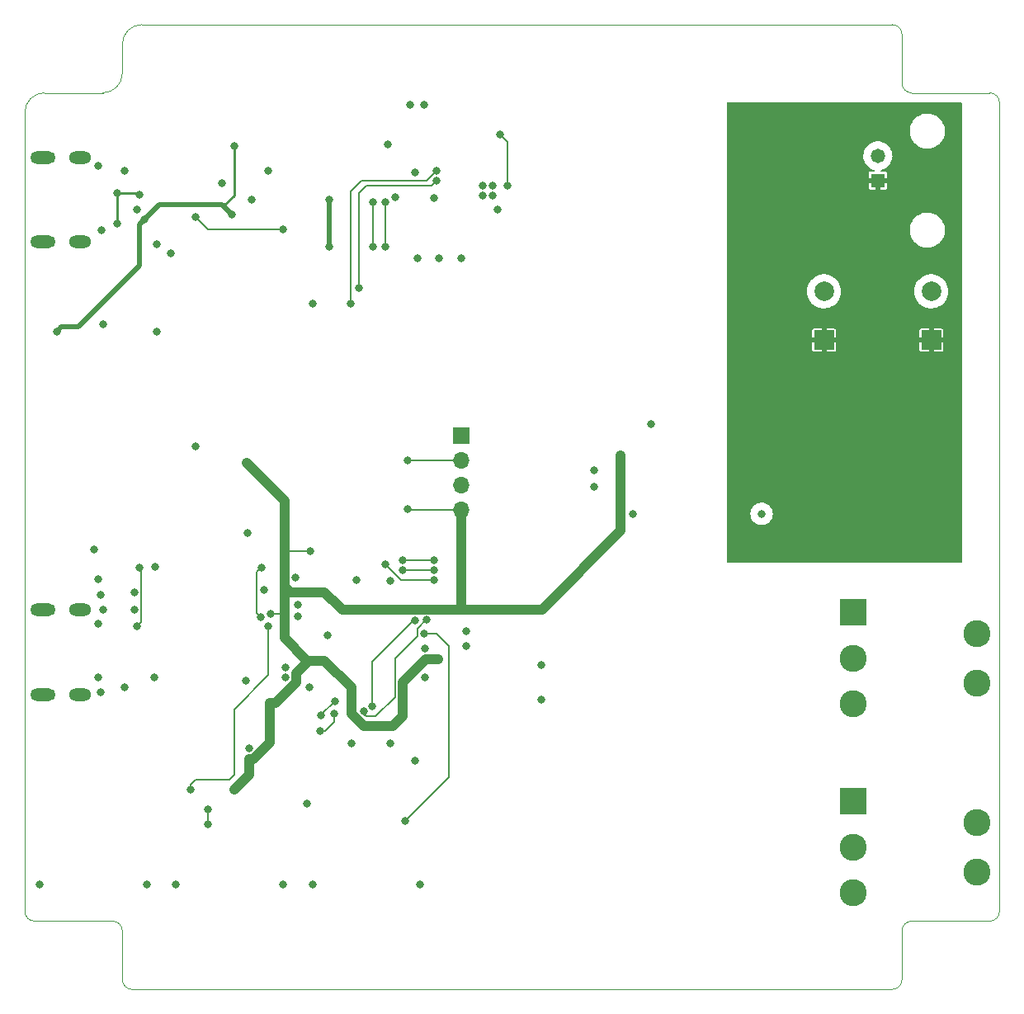
<source format=gbr>
%TF.GenerationSoftware,KiCad,Pcbnew,(6.0.4)*%
%TF.CreationDate,2023-03-28T21:24:44-04:00*%
%TF.ProjectId,PD_HV,50445f48-562e-46b6-9963-61645f706362,rev?*%
%TF.SameCoordinates,Original*%
%TF.FileFunction,Copper,L4,Bot*%
%TF.FilePolarity,Positive*%
%FSLAX46Y46*%
G04 Gerber Fmt 4.6, Leading zero omitted, Abs format (unit mm)*
G04 Created by KiCad (PCBNEW (6.0.4)) date 2023-03-28 21:24:44*
%MOMM*%
%LPD*%
G01*
G04 APERTURE LIST*
%TA.AperFunction,Profile*%
%ADD10C,0.100000*%
%TD*%
%TA.AperFunction,ComponentPad*%
%ADD11R,1.700000X1.700000*%
%TD*%
%TA.AperFunction,ComponentPad*%
%ADD12O,1.700000X1.700000*%
%TD*%
%TA.AperFunction,ComponentPad*%
%ADD13R,2.000000X2.000000*%
%TD*%
%TA.AperFunction,ComponentPad*%
%ADD14C,2.000000*%
%TD*%
%TA.AperFunction,ComponentPad*%
%ADD15R,2.775000X2.775000*%
%TD*%
%TA.AperFunction,ComponentPad*%
%ADD16C,2.775000*%
%TD*%
%TA.AperFunction,ComponentPad*%
%ADD17R,1.478000X1.478000*%
%TD*%
%TA.AperFunction,ComponentPad*%
%ADD18C,1.478000*%
%TD*%
%TA.AperFunction,ComponentPad*%
%ADD19O,2.600000X1.300000*%
%TD*%
%TA.AperFunction,ComponentPad*%
%ADD20O,2.300000X1.300000*%
%TD*%
%TA.AperFunction,ViaPad*%
%ADD21C,0.800000*%
%TD*%
%TA.AperFunction,Conductor*%
%ADD22C,0.160000*%
%TD*%
%TA.AperFunction,Conductor*%
%ADD23C,0.200000*%
%TD*%
%TA.AperFunction,Conductor*%
%ADD24C,1.000000*%
%TD*%
%TA.AperFunction,Conductor*%
%ADD25C,0.250000*%
%TD*%
%TA.AperFunction,Conductor*%
%ADD26C,0.500000*%
%TD*%
G04 APERTURE END LIST*
D10*
X75000000Y-129000000D02*
X83000000Y-129000000D01*
X84000000Y-135000000D02*
G75*
G03*
X85000000Y-136000000I1000000J0D01*
G01*
X165000000Y-129000000D02*
G75*
G03*
X164000000Y-130000000I0J-1000000D01*
G01*
X164000000Y-43000000D02*
X164000000Y-38000000D01*
X76000000Y-44000000D02*
G75*
G03*
X74000000Y-46000000I0J-2000000D01*
G01*
X164000000Y-135000000D02*
X164000000Y-130000000D01*
X82000000Y-44000000D02*
G75*
G03*
X84000000Y-42000000I0J2000000D01*
G01*
X84000000Y-130000000D02*
G75*
G03*
X83000000Y-129000000I-1000000J0D01*
G01*
X164000000Y-43000000D02*
G75*
G03*
X165000000Y-44000000I1000000J0D01*
G01*
X163000000Y-37000000D02*
X86000000Y-37000000D01*
X84000000Y-130000000D02*
X84000000Y-135000000D01*
X173000000Y-44000000D02*
X165000000Y-44000000D01*
X86000000Y-37000000D02*
G75*
G03*
X84000000Y-39000000I0J-2000000D01*
G01*
X163000000Y-136000000D02*
G75*
G03*
X164000000Y-135000000I0J1000000D01*
G01*
X173000000Y-129000000D02*
G75*
G03*
X174000000Y-128000000I0J1000000D01*
G01*
X174000000Y-128000000D02*
X174000000Y-45000000D01*
X84000000Y-39000000D02*
X84000000Y-42000000D01*
X85000000Y-136000000D02*
X163000000Y-136000000D01*
X82000000Y-44000000D02*
X76000000Y-44000000D01*
X74000000Y-128000000D02*
G75*
G03*
X75000000Y-129000000I1000000J0D01*
G01*
X174000000Y-45000000D02*
G75*
G03*
X173000000Y-44000000I-1000000J0D01*
G01*
X74000000Y-46000000D02*
X74000000Y-128000000D01*
X165000000Y-129000000D02*
X173000000Y-129000000D01*
X164000000Y-38000000D02*
G75*
G03*
X163000000Y-37000000I-1000000J0D01*
G01*
D11*
%TO.P,J4,1,Pin_1*%
%TO.N,GND*%
X118750000Y-79200000D03*
D12*
%TO.P,J4,2,Pin_2*%
%TO.N,/RP2040/SCL*%
X118750000Y-81740000D03*
%TO.P,J4,3,Pin_3*%
%TO.N,/RP2040/SDA*%
X118750000Y-84280000D03*
%TO.P,J4,4,Pin_4*%
%TO.N,+3.3V*%
X118750000Y-86820000D03*
%TD*%
D13*
%TO.P,C6,1*%
%TO.N,+HV*%
X156000000Y-69367677D03*
D14*
%TO.P,C6,2*%
%TO.N,GND2*%
X156000000Y-64367677D03*
%TD*%
D13*
%TO.P,C35,1*%
%TO.N,+HV*%
X167000000Y-69367677D03*
D14*
%TO.P,C35,2*%
%TO.N,GND2*%
X167000000Y-64367677D03*
%TD*%
D15*
%TO.P,SW5,1,1*%
%TO.N,unconnected-(SW5-Pad1)*%
X159000000Y-116720000D03*
D16*
%TO.P,SW5,2,2*%
%TO.N,GND*%
X159000000Y-121420000D03*
%TO.P,SW5,3,3*%
%TO.N,/RP2040/ONOFF*%
X159000000Y-126120000D03*
%TO.P,SW5,S1*%
%TO.N,N/C*%
X171700000Y-118880000D03*
%TO.P,SW5,S2*%
X171700000Y-123960000D03*
%TD*%
D17*
%TO.P,J3,1,In*%
%TO.N,+HV*%
X161520000Y-53000000D03*
D18*
%TO.P,J3,2,Ext*%
%TO.N,GND2*%
X161520000Y-50460000D03*
%TD*%
D19*
%TO.P,J1,S1,SHIELD*%
%TO.N,unconnected-(J1-PadS1)*%
X75850000Y-50680000D03*
D20*
X79675000Y-59320000D03*
D19*
X75850000Y-59320000D03*
D20*
X79675000Y-50680000D03*
%TD*%
%TO.P,J2,S1,SHIELD*%
%TO.N,unconnected-(J2-PadS1)*%
X79675000Y-105720000D03*
D19*
X75850000Y-97080000D03*
D20*
X79675000Y-97080000D03*
D19*
X75850000Y-105720000D03*
%TD*%
D15*
%TO.P,SW4,1,1*%
%TO.N,/RP2040/DEC*%
X159000000Y-97300000D03*
D16*
%TO.P,SW4,2,2*%
%TO.N,GND*%
X159000000Y-102000000D03*
%TO.P,SW4,3,3*%
%TO.N,/RP2040/INC*%
X159000000Y-106700000D03*
%TO.P,SW4,S1*%
%TO.N,N/C*%
X171700000Y-99460000D03*
%TO.P,SW4,S2*%
X171700000Y-104540000D03*
%TD*%
D21*
%TO.N,+3.3V*%
X113250000Y-86750000D03*
%TO.N,/HVMeasurement/DIAG*%
X110946118Y-92392236D03*
X116000000Y-94000000D03*
%TO.N,/HVMeasurement/CLKIN*%
X116000000Y-93000000D03*
X112750000Y-93000000D03*
%TO.N,/HVMeasurement/DOUT*%
X116000000Y-92000000D03*
X112750000Y-92000000D03*
%TO.N,/RP2040/SCL*%
X113250000Y-81750000D03*
%TO.N,GND*%
X99000000Y-52000000D03*
X114000000Y-112500000D03*
%TO.N,+20V_USBPD*%
X95500000Y-49500000D03*
X86250000Y-57000000D03*
X95250000Y-56500000D03*
X77250000Y-68500000D03*
%TO.N,GND*%
X122000000Y-53500000D03*
X91500000Y-80250000D03*
X101750000Y-93750000D03*
X75500000Y-125250000D03*
X102000000Y-97750000D03*
X127000000Y-106250000D03*
X82000000Y-67750000D03*
X122500000Y-56000000D03*
X121000000Y-53500000D03*
X85500000Y-56000000D03*
X103500000Y-125250000D03*
X114250000Y-61000000D03*
X81850500Y-58100000D03*
X98500000Y-95000000D03*
X84218691Y-52031309D03*
X112000000Y-54750000D03*
X111250000Y-49250000D03*
X102000000Y-96500000D03*
X116500000Y-61000000D03*
X115000000Y-45250000D03*
X115975000Y-54775000D03*
X111500000Y-94105480D03*
X100500000Y-125250000D03*
X107500000Y-110750000D03*
X100750000Y-103000000D03*
X122000000Y-54500000D03*
X89000000Y-60500000D03*
X114022825Y-52152353D03*
X111500000Y-110750000D03*
X89500000Y-125250000D03*
X87500000Y-59500000D03*
X87500000Y-68500000D03*
X136400000Y-87200000D03*
X96650000Y-104350000D03*
X97000000Y-111250000D03*
X102000000Y-97750000D03*
X96850000Y-89150000D03*
X132400000Y-84450000D03*
X132400000Y-82700000D03*
X94250000Y-53250000D03*
X100750000Y-104000000D03*
X114500000Y-125250000D03*
X81500000Y-51500000D03*
X118750000Y-61000000D03*
X97250000Y-55000000D03*
X86500000Y-125250000D03*
X138250002Y-77999999D03*
X119250000Y-100750000D03*
X103499500Y-65600000D03*
X102905000Y-116905000D03*
X115019520Y-103980480D03*
X108000000Y-94000000D03*
X119250000Y-99250000D03*
X121000000Y-54500000D03*
X127000000Y-102750000D03*
X113500000Y-45250000D03*
%TO.N,GND2*%
X149600000Y-87200000D03*
%TO.N,+1V1*%
X105084764Y-99638500D03*
X115047405Y-101013320D03*
X103200000Y-105000000D03*
%TO.N,GND1*%
X81100000Y-90850000D03*
X82000000Y-97000000D03*
X85225500Y-97000000D03*
X81500000Y-93900000D03*
X85225000Y-95225000D03*
X81750000Y-105500000D03*
X81750000Y-95500000D03*
X84250000Y-105000000D03*
X87250000Y-104000000D03*
%TO.N,/USBPD_IN/CC1*%
X83435661Y-54316174D03*
X83435661Y-57435661D03*
X85724500Y-54487701D03*
%TO.N,Net-(JP1-Pad1)*%
X85500000Y-98750000D03*
X85750000Y-92750000D03*
%TO.N,Net-(JP3-Pad1)*%
X98235000Y-97765000D03*
X98250000Y-92750000D03*
%TO.N,/USBPD_IN/VBUSG*%
X100500000Y-58000000D03*
X91500000Y-56750000D03*
%TO.N,/HV_Flyback/nDone*%
X108250000Y-64000000D03*
X116250000Y-53000000D03*
%TO.N,/HV_Flyback/CHARGE*%
X107400000Y-65620500D03*
X116250000Y-52000000D03*
%TO.N,/RP2040/QSPI_SS*%
X104320500Y-109500000D03*
X105750000Y-107750000D03*
%TO.N,Net-(Q1-Pad4)*%
X123500000Y-53500000D03*
X122750000Y-48250000D03*
%TO.N,/RP2040/SCL*%
X109750000Y-59750000D03*
X109750000Y-55250000D03*
X114040423Y-98139923D03*
X109613960Y-106925471D03*
%TO.N,/RP2040/SDA*%
X111000000Y-59750000D03*
X108777464Y-107472536D03*
X111000000Y-55250000D03*
X115250000Y-98099500D03*
%TO.N,/RP2040/RUN*%
X113000000Y-118750000D03*
X115000000Y-99500000D03*
%TO.N,/RP2040/QSPI_SD1*%
X105800000Y-106400000D03*
X104390500Y-107891192D03*
%TO.N,/ISO_USB/PIN*%
X92750000Y-119079500D03*
X91000000Y-115500000D03*
X92750000Y-117500000D03*
X99000000Y-98750000D03*
%TO.N,+HV*%
X160600000Y-90362000D03*
X158500000Y-74000000D03*
X159991585Y-73999999D03*
X158500000Y-75000000D03*
X158500000Y-73000000D03*
X160000000Y-75000000D03*
X160000000Y-73000000D03*
%TO.N,+3.3V*%
X135150000Y-81200000D03*
X106500000Y-96925000D03*
X108750000Y-109000000D03*
X96750000Y-82000000D03*
X97000000Y-112250000D03*
X112750000Y-97000000D03*
X105250000Y-55000000D03*
X112750000Y-108000000D03*
X105500000Y-96000000D03*
X99250000Y-97500000D03*
X116365000Y-102135000D03*
X135150000Y-88950000D03*
X104750000Y-102250000D03*
X103250000Y-91000000D03*
X100750000Y-95000000D03*
X99095000Y-106595000D03*
X105250000Y-59750000D03*
X95500000Y-115500000D03*
%TO.N,+VBUS_USB*%
X81500000Y-98500000D03*
X81500000Y-104000000D03*
X87350000Y-92650000D03*
%TD*%
D22*
%TO.N,+3.3V*%
X113320000Y-86820000D02*
X118750000Y-86820000D01*
X113250000Y-86750000D02*
X113320000Y-86820000D01*
%TO.N,/HVMeasurement/DIAG*%
X112553882Y-94000000D02*
X110946118Y-92392236D01*
X116000000Y-94000000D02*
X112553882Y-94000000D01*
D23*
%TO.N,/HVMeasurement/DOUT*%
X116000000Y-92000000D02*
X112750000Y-92000000D01*
D22*
%TO.N,/HVMeasurement/CLKIN*%
X112750000Y-93000000D02*
X116000000Y-93000000D01*
D24*
%TO.N,+3.3V*%
X105500000Y-96000000D02*
X105575000Y-96000000D01*
X106575000Y-97000000D02*
X106500000Y-96925000D01*
X105575000Y-96000000D02*
X106500000Y-96925000D01*
X112750000Y-97000000D02*
X106575000Y-97000000D01*
D22*
%TO.N,/RP2040/SCL*%
X109613960Y-106925471D02*
X109613960Y-102386040D01*
X109613960Y-102386040D02*
X113860077Y-98139923D01*
X113860077Y-98139923D02*
X114040423Y-98139923D01*
D24*
%TO.N,+3.3V*%
X119000000Y-97000000D02*
X112750000Y-97000000D01*
X118750000Y-96750000D02*
X119000000Y-97000000D01*
X118750000Y-86820000D02*
X118750000Y-96750000D01*
X119000000Y-97000000D02*
X127100000Y-97000000D01*
D22*
%TO.N,/RP2040/SCL*%
X113260000Y-81740000D02*
X113250000Y-81750000D01*
X118750000Y-81740000D02*
X113260000Y-81740000D01*
D25*
%TO.N,+20V_USBPD*%
X94500000Y-55500000D02*
X94500000Y-55750000D01*
X94500000Y-55750000D02*
X95250000Y-56500000D01*
X95500000Y-54500000D02*
X94500000Y-55500000D01*
X95500000Y-49500000D02*
X95500000Y-54500000D01*
D26*
X94250000Y-55500000D02*
X87750000Y-55500000D01*
X77750000Y-68000000D02*
X77250000Y-68500000D01*
X85750000Y-57500000D02*
X85750000Y-61750000D01*
X87750000Y-55500000D02*
X85750000Y-57500000D01*
X95250000Y-56500000D02*
X94250000Y-55500000D01*
X85750000Y-61750000D02*
X79500000Y-68000000D01*
X79500000Y-68000000D02*
X77750000Y-68000000D01*
D25*
%TO.N,/USBPD_IN/CC1*%
X85552973Y-54316174D02*
X85724500Y-54487701D01*
X83435661Y-54316174D02*
X83435661Y-57435661D01*
X83435661Y-54316174D02*
X85552973Y-54316174D01*
D22*
%TO.N,Net-(JP1-Pad1)*%
X85905000Y-98345000D02*
X85500000Y-98750000D01*
X85750000Y-92750000D02*
X85905000Y-92905000D01*
X85905000Y-92905000D02*
X85905000Y-98345000D01*
%TO.N,Net-(JP3-Pad1)*%
X97820000Y-97350000D02*
X98235000Y-97765000D01*
X97820000Y-93180000D02*
X97820000Y-97350000D01*
X98250000Y-92750000D02*
X97820000Y-93180000D01*
%TO.N,/USBPD_IN/VBUSG*%
X92750000Y-58000000D02*
X91500000Y-56750000D01*
X100500000Y-58000000D02*
X92750000Y-58000000D01*
%TO.N,/HV_Flyback/nDone*%
X115750000Y-53500000D02*
X109000000Y-53500000D01*
X108250000Y-54250000D02*
X108250000Y-64000000D01*
X109000000Y-53500000D02*
X108250000Y-54250000D01*
X116250000Y-53000000D02*
X115750000Y-53500000D01*
%TO.N,/HV_Flyback/CHARGE*%
X108500000Y-53000000D02*
X115250000Y-53000000D01*
X115250000Y-53000000D02*
X116250000Y-52000000D01*
X107400000Y-65620500D02*
X107400000Y-54100000D01*
X107400000Y-54100000D02*
X108500000Y-53000000D01*
%TO.N,/RP2040/QSPI_SS*%
X104320500Y-109500000D02*
X104797791Y-109500000D01*
X104797791Y-109500000D02*
X105750000Y-108547791D01*
X105750000Y-108547791D02*
X105750000Y-107750000D01*
%TO.N,Net-(Q1-Pad4)*%
X123500000Y-49000000D02*
X122750000Y-48250000D01*
X123500000Y-53500000D02*
X123500000Y-49000000D01*
%TO.N,/RP2040/SCL*%
X109750000Y-55250000D02*
X109750000Y-59750000D01*
%TO.N,/RP2040/SDA*%
X108777464Y-107472536D02*
X108777464Y-107777464D01*
X108777464Y-107777464D02*
X109000000Y-108000000D01*
X111970000Y-102030000D02*
X114250000Y-99750000D01*
X115250000Y-98000000D02*
X115250000Y-98099500D01*
X114250000Y-99750000D02*
X114250000Y-99000000D01*
X110000000Y-108000000D02*
X111970000Y-106030000D01*
X109000000Y-108000000D02*
X110000000Y-108000000D01*
X114250000Y-99000000D02*
X115250000Y-98000000D01*
X111000000Y-55250000D02*
X111000000Y-59750000D01*
X111970000Y-106030000D02*
X111970000Y-102030000D01*
%TO.N,/RP2040/RUN*%
X117500000Y-114250000D02*
X113000000Y-118750000D01*
X117500000Y-100750000D02*
X117500000Y-114250000D01*
X115000000Y-99500000D02*
X116250000Y-99500000D01*
X116250000Y-99500000D02*
X117500000Y-100750000D01*
%TO.N,/RP2040/QSPI_SD1*%
X105800000Y-106400000D02*
X104390500Y-107809500D01*
X104390500Y-107809500D02*
X104390500Y-107891192D01*
%TO.N,/ISO_USB/PIN*%
X91000000Y-115000000D02*
X91000000Y-115500000D01*
X91500000Y-114500000D02*
X91000000Y-115000000D01*
X99000000Y-103750000D02*
X95500000Y-107250000D01*
X95500000Y-114000000D02*
X95000000Y-114500000D01*
X95500000Y-107250000D02*
X95500000Y-114000000D01*
X92750000Y-119079500D02*
X92750000Y-117500000D01*
X95000000Y-114500000D02*
X91500000Y-114500000D01*
X99000000Y-98750000D02*
X99000000Y-103750000D01*
D24*
%TO.N,+3.3V*%
X97000000Y-114000000D02*
X97000000Y-112350000D01*
X107500000Y-105000000D02*
X107500000Y-107750000D01*
X115135000Y-102135000D02*
X116365000Y-102135000D01*
X101250000Y-95250000D02*
X104750000Y-95250000D01*
X101850000Y-103550000D02*
X101850000Y-104455635D01*
X104750000Y-102250000D02*
X103150000Y-102250000D01*
X111750000Y-109000000D02*
X112750000Y-108000000D01*
X127100000Y-97000000D02*
X135150000Y-88950000D01*
D22*
X103250000Y-91000000D02*
X100750000Y-91000000D01*
D24*
X102972182Y-102250000D02*
X104750000Y-102250000D01*
X97455635Y-112350000D02*
X97000000Y-112350000D01*
X101850000Y-104455635D02*
X99710635Y-106595000D01*
X95500000Y-115500000D02*
X97000000Y-114000000D01*
X100650000Y-99927818D02*
X102972182Y-102250000D01*
X100650000Y-94650000D02*
X100650000Y-97600000D01*
X115135000Y-102135000D02*
X112750000Y-104520000D01*
D22*
X99250000Y-97500000D02*
X100550000Y-97500000D01*
D24*
X112750000Y-104520000D02*
X112750000Y-108000000D01*
X99095000Y-110710635D02*
X97455635Y-112350000D01*
X103150000Y-102250000D02*
X101850000Y-103550000D01*
X135150000Y-88950000D02*
X135150000Y-81200000D01*
D22*
X100750000Y-91000000D02*
X100650000Y-91100000D01*
D24*
X104750000Y-102250000D02*
X107500000Y-105000000D01*
X100650000Y-97600000D02*
X100650000Y-99927818D01*
X108750000Y-109000000D02*
X111750000Y-109000000D01*
X100650000Y-94650000D02*
X101250000Y-95250000D01*
X107500000Y-107750000D02*
X108750000Y-109000000D01*
D26*
X105250000Y-55000000D02*
X105250000Y-59750000D01*
D24*
X96750000Y-82000000D02*
X100650000Y-85900000D01*
X99095000Y-106595000D02*
X99095000Y-110710635D01*
X99710635Y-106595000D02*
X99095000Y-106595000D01*
D22*
X100550000Y-97500000D02*
X100650000Y-97600000D01*
D24*
X104750000Y-95250000D02*
X105500000Y-96000000D01*
X100650000Y-85900000D02*
X100650000Y-91100000D01*
X100650000Y-91100000D02*
X100650000Y-94650000D01*
%TD*%
%TA.AperFunction,Conductor*%
%TO.N,+HV*%
G36*
X170171780Y-45018482D02*
G01*
X170198800Y-45065282D01*
X170200000Y-45079000D01*
X170200000Y-92121000D01*
X170181518Y-92171780D01*
X170134718Y-92198800D01*
X170121000Y-92200000D01*
X146079000Y-92200000D01*
X146028220Y-92181518D01*
X146001200Y-92134718D01*
X146000000Y-92121000D01*
X146000000Y-87169754D01*
X148444967Y-87169754D01*
X148458796Y-87380749D01*
X148510845Y-87585690D01*
X148599369Y-87777714D01*
X148721405Y-87950391D01*
X148872865Y-88097937D01*
X149048677Y-88215411D01*
X149242953Y-88298878D01*
X149317714Y-88315795D01*
X149445654Y-88344745D01*
X149445656Y-88344745D01*
X149449186Y-88345544D01*
X149517191Y-88348216D01*
X149656845Y-88353704D01*
X149656850Y-88353704D01*
X149660470Y-88353846D01*
X149869730Y-88323504D01*
X149969842Y-88289521D01*
X150066533Y-88256699D01*
X150066537Y-88256697D01*
X150069955Y-88255537D01*
X150254442Y-88152219D01*
X150417012Y-88017012D01*
X150552219Y-87854442D01*
X150655537Y-87669955D01*
X150723504Y-87469730D01*
X150753846Y-87260470D01*
X150755429Y-87200000D01*
X150736081Y-86989440D01*
X150678686Y-86785931D01*
X150585165Y-86596290D01*
X150458651Y-86426867D01*
X150432034Y-86402262D01*
X150407653Y-86379725D01*
X150303381Y-86283337D01*
X150124554Y-86170505D01*
X150121189Y-86169162D01*
X150121186Y-86169161D01*
X149931526Y-86093495D01*
X149931527Y-86093495D01*
X149928160Y-86092152D01*
X149826586Y-86071948D01*
X149724325Y-86051607D01*
X149724324Y-86051607D01*
X149720775Y-86050901D01*
X149627081Y-86049674D01*
X149512974Y-86048180D01*
X149512969Y-86048180D01*
X149509346Y-86048133D01*
X149505774Y-86048747D01*
X149505771Y-86048747D01*
X149424844Y-86062653D01*
X149300953Y-86083941D01*
X149102575Y-86157127D01*
X148920856Y-86265238D01*
X148918135Y-86267624D01*
X148918134Y-86267625D01*
X148900218Y-86283337D01*
X148761881Y-86404655D01*
X148630976Y-86570708D01*
X148532523Y-86757836D01*
X148469820Y-86959773D01*
X148444967Y-87169754D01*
X146000000Y-87169754D01*
X146000000Y-70383489D01*
X154800000Y-70383489D01*
X154800758Y-70391187D01*
X154810086Y-70438084D01*
X154815926Y-70452181D01*
X154851487Y-70505402D01*
X154862275Y-70516190D01*
X154915496Y-70551751D01*
X154929593Y-70557591D01*
X154976490Y-70566919D01*
X154984188Y-70567677D01*
X155732070Y-70567677D01*
X155742741Y-70563793D01*
X155746000Y-70558149D01*
X155746000Y-70553747D01*
X156254000Y-70553747D01*
X156257884Y-70564418D01*
X156263528Y-70567677D01*
X157015812Y-70567677D01*
X157023510Y-70566919D01*
X157070407Y-70557591D01*
X157084504Y-70551751D01*
X157137725Y-70516190D01*
X157148513Y-70505402D01*
X157184074Y-70452181D01*
X157189914Y-70438084D01*
X157199242Y-70391187D01*
X157200000Y-70383489D01*
X165800000Y-70383489D01*
X165800758Y-70391187D01*
X165810086Y-70438084D01*
X165815926Y-70452181D01*
X165851487Y-70505402D01*
X165862275Y-70516190D01*
X165915496Y-70551751D01*
X165929593Y-70557591D01*
X165976490Y-70566919D01*
X165984188Y-70567677D01*
X166732070Y-70567677D01*
X166742741Y-70563793D01*
X166746000Y-70558149D01*
X166746000Y-70553747D01*
X167254000Y-70553747D01*
X167257884Y-70564418D01*
X167263528Y-70567677D01*
X168015812Y-70567677D01*
X168023510Y-70566919D01*
X168070407Y-70557591D01*
X168084504Y-70551751D01*
X168137725Y-70516190D01*
X168148513Y-70505402D01*
X168184074Y-70452181D01*
X168189914Y-70438084D01*
X168199242Y-70391187D01*
X168200000Y-70383489D01*
X168200000Y-69635607D01*
X168196116Y-69624936D01*
X168190472Y-69621677D01*
X167267930Y-69621677D01*
X167257259Y-69625561D01*
X167254000Y-69631205D01*
X167254000Y-70553747D01*
X166746000Y-70553747D01*
X166746000Y-69635607D01*
X166742116Y-69624936D01*
X166736472Y-69621677D01*
X165813930Y-69621677D01*
X165803259Y-69625561D01*
X165800000Y-69631205D01*
X165800000Y-70383489D01*
X157200000Y-70383489D01*
X157200000Y-69635607D01*
X157196116Y-69624936D01*
X157190472Y-69621677D01*
X156267930Y-69621677D01*
X156257259Y-69625561D01*
X156254000Y-69631205D01*
X156254000Y-70553747D01*
X155746000Y-70553747D01*
X155746000Y-69635607D01*
X155742116Y-69624936D01*
X155736472Y-69621677D01*
X154813930Y-69621677D01*
X154803259Y-69625561D01*
X154800000Y-69631205D01*
X154800000Y-70383489D01*
X146000000Y-70383489D01*
X146000000Y-69099747D01*
X154800000Y-69099747D01*
X154803884Y-69110418D01*
X154809528Y-69113677D01*
X155732070Y-69113677D01*
X155742741Y-69109793D01*
X155746000Y-69104149D01*
X155746000Y-69099747D01*
X156254000Y-69099747D01*
X156257884Y-69110418D01*
X156263528Y-69113677D01*
X157186070Y-69113677D01*
X157196741Y-69109793D01*
X157200000Y-69104149D01*
X157200000Y-69099747D01*
X165800000Y-69099747D01*
X165803884Y-69110418D01*
X165809528Y-69113677D01*
X166732070Y-69113677D01*
X166742741Y-69109793D01*
X166746000Y-69104149D01*
X166746000Y-69099747D01*
X167254000Y-69099747D01*
X167257884Y-69110418D01*
X167263528Y-69113677D01*
X168186070Y-69113677D01*
X168196741Y-69109793D01*
X168200000Y-69104149D01*
X168200000Y-68351865D01*
X168199242Y-68344167D01*
X168189914Y-68297270D01*
X168184074Y-68283173D01*
X168148513Y-68229952D01*
X168137725Y-68219164D01*
X168084504Y-68183603D01*
X168070407Y-68177763D01*
X168023510Y-68168435D01*
X168015812Y-68167677D01*
X167267930Y-68167677D01*
X167257259Y-68171561D01*
X167254000Y-68177205D01*
X167254000Y-69099747D01*
X166746000Y-69099747D01*
X166746000Y-68181607D01*
X166742116Y-68170936D01*
X166736472Y-68167677D01*
X165984188Y-68167677D01*
X165976490Y-68168435D01*
X165929593Y-68177763D01*
X165915496Y-68183603D01*
X165862275Y-68219164D01*
X165851487Y-68229952D01*
X165815926Y-68283173D01*
X165810086Y-68297270D01*
X165800758Y-68344167D01*
X165800000Y-68351865D01*
X165800000Y-69099747D01*
X157200000Y-69099747D01*
X157200000Y-68351865D01*
X157199242Y-68344167D01*
X157189914Y-68297270D01*
X157184074Y-68283173D01*
X157148513Y-68229952D01*
X157137725Y-68219164D01*
X157084504Y-68183603D01*
X157070407Y-68177763D01*
X157023510Y-68168435D01*
X157015812Y-68167677D01*
X156267930Y-68167677D01*
X156257259Y-68171561D01*
X156254000Y-68177205D01*
X156254000Y-69099747D01*
X155746000Y-69099747D01*
X155746000Y-68181607D01*
X155742116Y-68170936D01*
X155736472Y-68167677D01*
X154984188Y-68167677D01*
X154976490Y-68168435D01*
X154929593Y-68177763D01*
X154915496Y-68183603D01*
X154862275Y-68219164D01*
X154851487Y-68229952D01*
X154815926Y-68283173D01*
X154810086Y-68297270D01*
X154800758Y-68344167D01*
X154800000Y-68351865D01*
X154800000Y-69099747D01*
X146000000Y-69099747D01*
X146000000Y-64321726D01*
X154245194Y-64321726D01*
X154257677Y-64581607D01*
X154308435Y-64836789D01*
X154396355Y-65081666D01*
X154519504Y-65310857D01*
X154675177Y-65519328D01*
X154859954Y-65702500D01*
X155069775Y-65856347D01*
X155072369Y-65857712D01*
X155072371Y-65857713D01*
X155297436Y-65976126D01*
X155297440Y-65976128D01*
X155300033Y-65977492D01*
X155545667Y-66063271D01*
X155548536Y-66063816D01*
X155548541Y-66063817D01*
X155683109Y-66089365D01*
X155801282Y-66111801D01*
X155804200Y-66111916D01*
X155804203Y-66111916D01*
X156058329Y-66121901D01*
X156058333Y-66121901D01*
X156061263Y-66122016D01*
X156319898Y-66093691D01*
X156322721Y-66092948D01*
X156322725Y-66092947D01*
X156568672Y-66028194D01*
X156568674Y-66028193D01*
X156571505Y-66027448D01*
X156651538Y-65993063D01*
X156807856Y-65925904D01*
X156807862Y-65925901D01*
X156810557Y-65924743D01*
X157031803Y-65787832D01*
X157034038Y-65785940D01*
X157034042Y-65785937D01*
X157228140Y-65621621D01*
X157230382Y-65619723D01*
X157320486Y-65516979D01*
X157399990Y-65426322D01*
X157399994Y-65426317D01*
X157401931Y-65424108D01*
X157542683Y-65205285D01*
X157649544Y-64968062D01*
X157720168Y-64717649D01*
X157753002Y-64459548D01*
X157755408Y-64367677D01*
X157751993Y-64321726D01*
X165245194Y-64321726D01*
X165257677Y-64581607D01*
X165308435Y-64836789D01*
X165396355Y-65081666D01*
X165519504Y-65310857D01*
X165675177Y-65519328D01*
X165859954Y-65702500D01*
X166069775Y-65856347D01*
X166072369Y-65857712D01*
X166072371Y-65857713D01*
X166297436Y-65976126D01*
X166297440Y-65976128D01*
X166300033Y-65977492D01*
X166545667Y-66063271D01*
X166548536Y-66063816D01*
X166548541Y-66063817D01*
X166683109Y-66089365D01*
X166801282Y-66111801D01*
X166804200Y-66111916D01*
X166804203Y-66111916D01*
X167058329Y-66121901D01*
X167058333Y-66121901D01*
X167061263Y-66122016D01*
X167319898Y-66093691D01*
X167322721Y-66092948D01*
X167322725Y-66092947D01*
X167568672Y-66028194D01*
X167568674Y-66028193D01*
X167571505Y-66027448D01*
X167651538Y-65993063D01*
X167807856Y-65925904D01*
X167807862Y-65925901D01*
X167810557Y-65924743D01*
X168031803Y-65787832D01*
X168034038Y-65785940D01*
X168034042Y-65785937D01*
X168228140Y-65621621D01*
X168230382Y-65619723D01*
X168320486Y-65516979D01*
X168399990Y-65426322D01*
X168399994Y-65426317D01*
X168401931Y-65424108D01*
X168542683Y-65205285D01*
X168649544Y-64968062D01*
X168720168Y-64717649D01*
X168753002Y-64459548D01*
X168755408Y-64367677D01*
X168736126Y-64108211D01*
X168678705Y-63854445D01*
X168584405Y-63611954D01*
X168455299Y-63386065D01*
X168453487Y-63383767D01*
X168453484Y-63383762D01*
X168296043Y-63184050D01*
X168294223Y-63181741D01*
X168104714Y-63003469D01*
X168061393Y-62973416D01*
X167893341Y-62856833D01*
X167893334Y-62856829D01*
X167890937Y-62855166D01*
X167888319Y-62853875D01*
X167888314Y-62853872D01*
X167660219Y-62741389D01*
X167660220Y-62741389D01*
X167657587Y-62740091D01*
X167654793Y-62739197D01*
X167654789Y-62739195D01*
X167412585Y-62661665D01*
X167412584Y-62661665D01*
X167409792Y-62660771D01*
X167406906Y-62660301D01*
X167406902Y-62660300D01*
X167308571Y-62644286D01*
X167152994Y-62618949D01*
X167028219Y-62617315D01*
X166895775Y-62615581D01*
X166895768Y-62615581D01*
X166892835Y-62615543D01*
X166635030Y-62650629D01*
X166522463Y-62683439D01*
X166388065Y-62722612D01*
X166388059Y-62722614D01*
X166385243Y-62723435D01*
X166382576Y-62724664D01*
X166382572Y-62724666D01*
X166151624Y-62831135D01*
X166151620Y-62831137D01*
X166148961Y-62832363D01*
X166146518Y-62833965D01*
X166146512Y-62833968D01*
X165933818Y-62973416D01*
X165931375Y-62975018D01*
X165737265Y-63148268D01*
X165735393Y-63150519D01*
X165735389Y-63150523D01*
X165707505Y-63184050D01*
X165570895Y-63348306D01*
X165569375Y-63350810D01*
X165569372Y-63350815D01*
X165547982Y-63386065D01*
X165435920Y-63570738D01*
X165335305Y-63810678D01*
X165271261Y-64062854D01*
X165245194Y-64321726D01*
X157751993Y-64321726D01*
X157736126Y-64108211D01*
X157678705Y-63854445D01*
X157584405Y-63611954D01*
X157455299Y-63386065D01*
X157453487Y-63383767D01*
X157453484Y-63383762D01*
X157296043Y-63184050D01*
X157294223Y-63181741D01*
X157104714Y-63003469D01*
X157061393Y-62973416D01*
X156893341Y-62856833D01*
X156893334Y-62856829D01*
X156890937Y-62855166D01*
X156888319Y-62853875D01*
X156888314Y-62853872D01*
X156660219Y-62741389D01*
X156660220Y-62741389D01*
X156657587Y-62740091D01*
X156654793Y-62739197D01*
X156654789Y-62739195D01*
X156412585Y-62661665D01*
X156412584Y-62661665D01*
X156409792Y-62660771D01*
X156406906Y-62660301D01*
X156406902Y-62660300D01*
X156308571Y-62644286D01*
X156152994Y-62618949D01*
X156028219Y-62617315D01*
X155895775Y-62615581D01*
X155895768Y-62615581D01*
X155892835Y-62615543D01*
X155635030Y-62650629D01*
X155522463Y-62683439D01*
X155388065Y-62722612D01*
X155388059Y-62722614D01*
X155385243Y-62723435D01*
X155382576Y-62724664D01*
X155382572Y-62724666D01*
X155151624Y-62831135D01*
X155151620Y-62831137D01*
X155148961Y-62832363D01*
X155146518Y-62833965D01*
X155146512Y-62833968D01*
X154933818Y-62973416D01*
X154931375Y-62975018D01*
X154737265Y-63148268D01*
X154735393Y-63150519D01*
X154735389Y-63150523D01*
X154707505Y-63184050D01*
X154570895Y-63348306D01*
X154569375Y-63350810D01*
X154569372Y-63350815D01*
X154547982Y-63386065D01*
X154435920Y-63570738D01*
X154335305Y-63810678D01*
X154271261Y-64062854D01*
X154245194Y-64321726D01*
X146000000Y-64321726D01*
X146000000Y-58189920D01*
X164802823Y-58189920D01*
X164838811Y-58454352D01*
X164913489Y-58710561D01*
X164914718Y-58713228D01*
X164914720Y-58713232D01*
X164934955Y-58757124D01*
X165025217Y-58952917D01*
X165026819Y-58955360D01*
X165026822Y-58955366D01*
X165053624Y-58996245D01*
X165171540Y-59176096D01*
X165349243Y-59375196D01*
X165554424Y-59545843D01*
X165556931Y-59547364D01*
X165556932Y-59547365D01*
X165780069Y-59682768D01*
X165782574Y-59684288D01*
X166028682Y-59787490D01*
X166287340Y-59853181D01*
X166408789Y-59865410D01*
X166507023Y-59875302D01*
X166507028Y-59875302D01*
X166508992Y-59875500D01*
X166667755Y-59875500D01*
X166866136Y-59860758D01*
X167126425Y-59801860D01*
X167375150Y-59705136D01*
X167606846Y-59572711D01*
X167609144Y-59570899D01*
X167609149Y-59570896D01*
X167814115Y-59409314D01*
X167816424Y-59407494D01*
X167846807Y-59375196D01*
X167997270Y-59215249D01*
X167997272Y-59215246D01*
X167999279Y-59213113D01*
X168151393Y-58993841D01*
X168269427Y-58754492D01*
X168282635Y-58713232D01*
X168349892Y-58503120D01*
X168349892Y-58503119D01*
X168350786Y-58500327D01*
X168357816Y-58457164D01*
X168367715Y-58396379D01*
X168393683Y-58236927D01*
X168397177Y-57970080D01*
X168361189Y-57705648D01*
X168286511Y-57449439D01*
X168267549Y-57408306D01*
X168176011Y-57209746D01*
X168176009Y-57209742D01*
X168174783Y-57207083D01*
X168173181Y-57204640D01*
X168173178Y-57204634D01*
X168030062Y-56986347D01*
X168030060Y-56986344D01*
X168028460Y-56983904D01*
X167850757Y-56784804D01*
X167645576Y-56614157D01*
X167598905Y-56585836D01*
X167419931Y-56477232D01*
X167419930Y-56477232D01*
X167417426Y-56475712D01*
X167171318Y-56372510D01*
X166912660Y-56306819D01*
X166791211Y-56294590D01*
X166692977Y-56284698D01*
X166692972Y-56284698D01*
X166691008Y-56284500D01*
X166532245Y-56284500D01*
X166333864Y-56299242D01*
X166073575Y-56358140D01*
X165824850Y-56454864D01*
X165593154Y-56587289D01*
X165590856Y-56589101D01*
X165590851Y-56589104D01*
X165453172Y-56697641D01*
X165383576Y-56752506D01*
X165381561Y-56754648D01*
X165351141Y-56786986D01*
X165200721Y-56946887D01*
X165048607Y-57166159D01*
X164930573Y-57405508D01*
X164929679Y-57408302D01*
X164929677Y-57408306D01*
X164915607Y-57452261D01*
X164849214Y-57659673D01*
X164848744Y-57662559D01*
X164848743Y-57662563D01*
X164841253Y-57708553D01*
X164806317Y-57923073D01*
X164802823Y-58189920D01*
X146000000Y-58189920D01*
X146000000Y-53754812D01*
X160581000Y-53754812D01*
X160581758Y-53762510D01*
X160591086Y-53809407D01*
X160596926Y-53823504D01*
X160632487Y-53876725D01*
X160643275Y-53887513D01*
X160696496Y-53923074D01*
X160710593Y-53928914D01*
X160757490Y-53938242D01*
X160765188Y-53939000D01*
X161252070Y-53939000D01*
X161262741Y-53935116D01*
X161266000Y-53929472D01*
X161266000Y-53925070D01*
X161774000Y-53925070D01*
X161777884Y-53935741D01*
X161783528Y-53939000D01*
X162274812Y-53939000D01*
X162282510Y-53938242D01*
X162329407Y-53928914D01*
X162343504Y-53923074D01*
X162396725Y-53887513D01*
X162407513Y-53876725D01*
X162443074Y-53823504D01*
X162448914Y-53809407D01*
X162458242Y-53762510D01*
X162459000Y-53754812D01*
X162459000Y-53267930D01*
X162455116Y-53257259D01*
X162449472Y-53254000D01*
X161787930Y-53254000D01*
X161777259Y-53257884D01*
X161774000Y-53263528D01*
X161774000Y-53925070D01*
X161266000Y-53925070D01*
X161266000Y-53267930D01*
X161262116Y-53257259D01*
X161256472Y-53254000D01*
X160594930Y-53254000D01*
X160584259Y-53257884D01*
X160581000Y-53263528D01*
X160581000Y-53754812D01*
X146000000Y-53754812D01*
X146000000Y-50423484D01*
X160025841Y-50423484D01*
X160026027Y-50426711D01*
X160026027Y-50426714D01*
X160032277Y-50535099D01*
X160039940Y-50668009D01*
X160093788Y-50906948D01*
X160095007Y-50909950D01*
X160135715Y-51010201D01*
X160185937Y-51133884D01*
X160313913Y-51342722D01*
X160474280Y-51527854D01*
X160662730Y-51684309D01*
X160874202Y-51807883D01*
X160877233Y-51809040D01*
X160877232Y-51809040D01*
X161099987Y-51894103D01*
X161099992Y-51894104D01*
X161103018Y-51895260D01*
X161106191Y-51895906D01*
X161106196Y-51895907D01*
X161148857Y-51904586D01*
X161194933Y-51932821D01*
X161212080Y-51984068D01*
X161192275Y-52034347D01*
X161144784Y-52060132D01*
X161133107Y-52061000D01*
X160765188Y-52061000D01*
X160757490Y-52061758D01*
X160710593Y-52071086D01*
X160696496Y-52076926D01*
X160643275Y-52112487D01*
X160632487Y-52123275D01*
X160596926Y-52176496D01*
X160591086Y-52190593D01*
X160581758Y-52237490D01*
X160581000Y-52245188D01*
X160581000Y-52732070D01*
X160584884Y-52742741D01*
X160590528Y-52746000D01*
X162445070Y-52746000D01*
X162455741Y-52742116D01*
X162459000Y-52736472D01*
X162459000Y-52245188D01*
X162458242Y-52237490D01*
X162448914Y-52190593D01*
X162443074Y-52176496D01*
X162407513Y-52123275D01*
X162396725Y-52112487D01*
X162343504Y-52076926D01*
X162329407Y-52071086D01*
X162282510Y-52061758D01*
X162274812Y-52061000D01*
X161905485Y-52061000D01*
X161854705Y-52042518D01*
X161827685Y-51995718D01*
X161837069Y-51942500D01*
X161882784Y-51906332D01*
X162062241Y-51852493D01*
X162062243Y-51852492D01*
X162065347Y-51851561D01*
X162285302Y-51743806D01*
X162484704Y-51601573D01*
X162658199Y-51428683D01*
X162721954Y-51339959D01*
X162799238Y-51232408D01*
X162799242Y-51232401D01*
X162801127Y-51229778D01*
X162909649Y-51010201D01*
X162980851Y-50775847D01*
X163012821Y-50533011D01*
X163014605Y-50460000D01*
X163011869Y-50426714D01*
X162994802Y-50219128D01*
X162994536Y-50215892D01*
X162934867Y-49978340D01*
X162933579Y-49975378D01*
X162933577Y-49975372D01*
X162838494Y-49756697D01*
X162837201Y-49753723D01*
X162704160Y-49548074D01*
X162701980Y-49545678D01*
X162701976Y-49545673D01*
X162541500Y-49369313D01*
X162539318Y-49366915D01*
X162347102Y-49215112D01*
X162343302Y-49213014D01*
X162278268Y-49177114D01*
X162132673Y-49096741D01*
X162129623Y-49095661D01*
X162129621Y-49095660D01*
X161904839Y-49016060D01*
X161904835Y-49016059D01*
X161901791Y-49014981D01*
X161660655Y-48972028D01*
X161657413Y-48971988D01*
X161657409Y-48971988D01*
X161533823Y-48970479D01*
X161415742Y-48969036D01*
X161412535Y-48969527D01*
X161412531Y-48969527D01*
X161307235Y-48985640D01*
X161173628Y-49006084D01*
X161170551Y-49007090D01*
X161170550Y-49007090D01*
X161136333Y-49018274D01*
X160940817Y-49082179D01*
X160723560Y-49195275D01*
X160527693Y-49342337D01*
X160525449Y-49344685D01*
X160525447Y-49344687D01*
X160486118Y-49385843D01*
X160358474Y-49519415D01*
X160356653Y-49522085D01*
X160356651Y-49522087D01*
X160338924Y-49548074D01*
X160220449Y-49721752D01*
X160219087Y-49724687D01*
X160219086Y-49724688D01*
X160204228Y-49756697D01*
X160117324Y-49943916D01*
X160051869Y-50179939D01*
X160025841Y-50423484D01*
X146000000Y-50423484D01*
X146000000Y-48029920D01*
X164802823Y-48029920D01*
X164838811Y-48294352D01*
X164913489Y-48550561D01*
X164914718Y-48553228D01*
X164914720Y-48553232D01*
X164934955Y-48597124D01*
X165025217Y-48792917D01*
X165026819Y-48795360D01*
X165026822Y-48795366D01*
X165164976Y-49006084D01*
X165171540Y-49016096D01*
X165173484Y-49018274D01*
X165331463Y-49195275D01*
X165349243Y-49215196D01*
X165554424Y-49385843D01*
X165556931Y-49387364D01*
X165556932Y-49387365D01*
X165778947Y-49522087D01*
X165782574Y-49524288D01*
X166028682Y-49627490D01*
X166287340Y-49693181D01*
X166408789Y-49705410D01*
X166507023Y-49715302D01*
X166507028Y-49715302D01*
X166508992Y-49715500D01*
X166667755Y-49715500D01*
X166866136Y-49700758D01*
X167126425Y-49641860D01*
X167375150Y-49545136D01*
X167606846Y-49412711D01*
X167609144Y-49410899D01*
X167609149Y-49410896D01*
X167814115Y-49249314D01*
X167816424Y-49247494D01*
X167848356Y-49213549D01*
X167997270Y-49055249D01*
X167997272Y-49055246D01*
X167999279Y-49053113D01*
X168151393Y-48833841D01*
X168269427Y-48594492D01*
X168282635Y-48553232D01*
X168349892Y-48343120D01*
X168349892Y-48343119D01*
X168350786Y-48340327D01*
X168357816Y-48297164D01*
X168367715Y-48236379D01*
X168393683Y-48076927D01*
X168397177Y-47810080D01*
X168361189Y-47545648D01*
X168286511Y-47289439D01*
X168267549Y-47248306D01*
X168176011Y-47049746D01*
X168176009Y-47049742D01*
X168174783Y-47047083D01*
X168173181Y-47044640D01*
X168173178Y-47044634D01*
X168030062Y-46826347D01*
X168030060Y-46826344D01*
X168028460Y-46823904D01*
X167850757Y-46624804D01*
X167645576Y-46454157D01*
X167598905Y-46425836D01*
X167419931Y-46317232D01*
X167419930Y-46317232D01*
X167417426Y-46315712D01*
X167171318Y-46212510D01*
X166912660Y-46146819D01*
X166791211Y-46134590D01*
X166692977Y-46124698D01*
X166692972Y-46124698D01*
X166691008Y-46124500D01*
X166532245Y-46124500D01*
X166333864Y-46139242D01*
X166073575Y-46198140D01*
X165824850Y-46294864D01*
X165593154Y-46427289D01*
X165590856Y-46429101D01*
X165590851Y-46429104D01*
X165453172Y-46537641D01*
X165383576Y-46592506D01*
X165381561Y-46594648D01*
X165351141Y-46626986D01*
X165200721Y-46786887D01*
X165048607Y-47006159D01*
X164930573Y-47245508D01*
X164929679Y-47248302D01*
X164929677Y-47248306D01*
X164915607Y-47292261D01*
X164849214Y-47499673D01*
X164848744Y-47502559D01*
X164848743Y-47502563D01*
X164841253Y-47548553D01*
X164806317Y-47763073D01*
X164802823Y-48029920D01*
X146000000Y-48029920D01*
X146000000Y-45079000D01*
X146018482Y-45028220D01*
X146065282Y-45001200D01*
X146079000Y-45000000D01*
X170121000Y-45000000D01*
X170171780Y-45018482D01*
G37*
%TD.AperFunction*%
%TD*%
M02*

</source>
